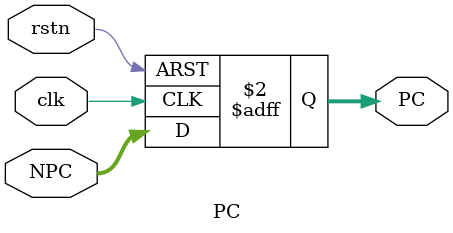
<source format=v>
module PC( clk, rstn, NPC, PC );

  input              clk;
  input             rstn;
  input       [31:0] NPC;
  output reg  [31:0] PC;

  always @(posedge clk, posedge rstn)
    if (rstn) 
      PC <= 32'h0000_0000;
    else
      PC <= NPC;
      
endmodule
</source>
